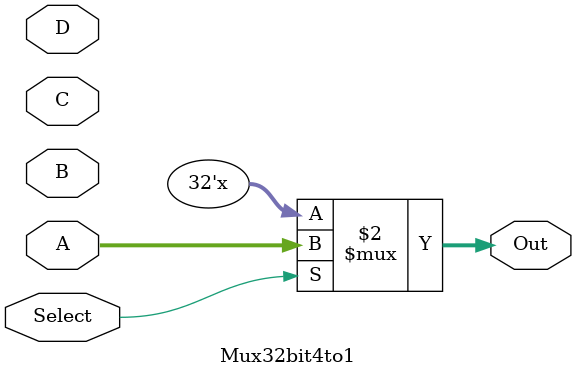
<source format=v>
`timescale 1ns / 1ps


module Mux32bit4to1(A, B, C, D, Out, Select);
input [31:0] A, B, C, D;
input Select;
output reg [31:0] Out;
always@(*) begin 
    case(Select)
        32'h00000001 : Out <= A;
        32'h00000002 : Out <= B;
        32'h00000004 : Out <= C;
        32'h00000008 : Out <= D;
        endcase
    end
endmodule

</source>
